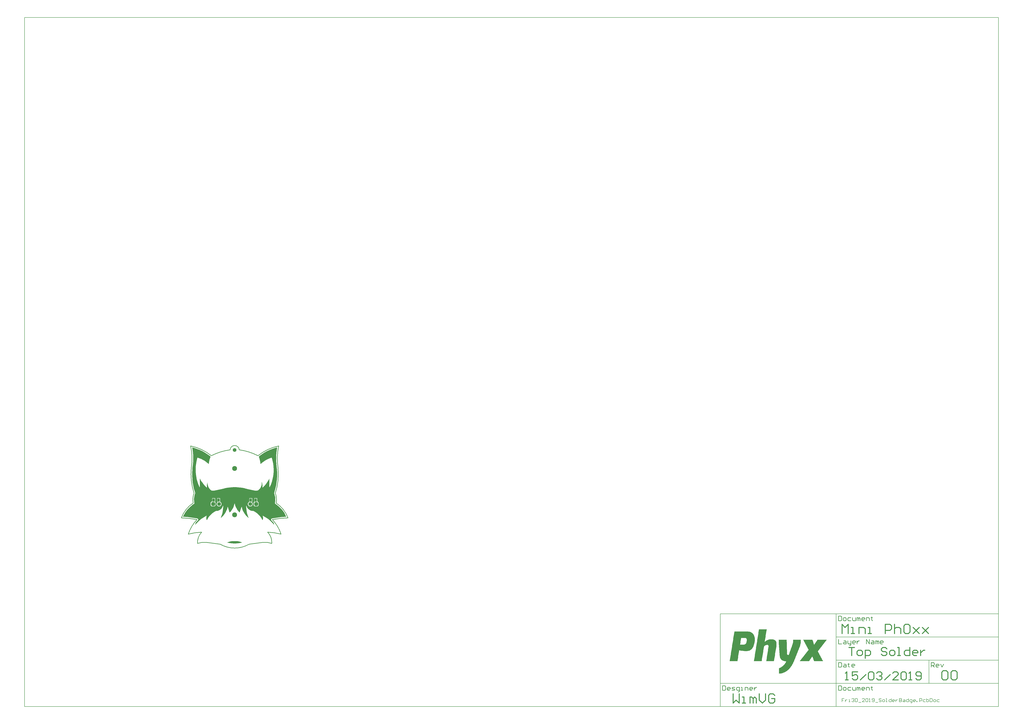
<source format=gts>
G04*
G04 #@! TF.GenerationSoftware,Altium Limited,Altium Designer,18.1.9 (240)*
G04*
G04 Layer_Color=8388736*
%FSLAX25Y25*%
%MOIN*%
G70*
G01*
G75*
%ADD10C,0.00787*%
%ADD16C,0.00984*%
%ADD17C,0.01575*%
%ADD19R,0.04331X0.05512*%
%ADD20C,0.00394*%
%ADD21C,0.06299*%
%ADD22C,0.08268*%
G04:AMPARAMS|DCode=23|XSize=63.94mil|YSize=63.94mil|CornerRadius=16.97mil|HoleSize=0mil|Usage=FLASHONLY|Rotation=0.000|XOffset=0mil|YOffset=0mil|HoleType=Round|Shape=RoundedRectangle|*
%AMROUNDEDRECTD23*
21,1,0.06394,0.03000,0,0,0.0*
21,1,0.03000,0.06394,0,0,0.0*
1,1,0.03394,0.01500,-0.01500*
1,1,0.03394,-0.01500,-0.01500*
1,1,0.03394,-0.01500,0.01500*
1,1,0.03394,0.01500,0.01500*
%
%ADD23ROUNDEDRECTD23*%
%ADD24C,0.06394*%
%ADD25C,0.01968*%
G36*
X-68188Y169601D02*
X-63641Y168113D01*
X-59195Y166347D01*
X-54867Y164309D01*
X-50672Y162008D01*
X-46628Y159452D01*
X-42750Y156651D01*
X-40901Y155134D01*
X-40880Y155123D01*
X-41249Y154369D01*
X-41602Y153401D01*
X-41699Y153060D01*
X-41777Y152750D01*
X-41903Y152345D01*
X-42210Y151291D01*
X-42294Y150991D01*
X-42355Y150762D01*
X-42642Y149622D01*
X-42643Y149620D01*
X-42908Y148485D01*
X-42957Y148271D01*
X-43154Y147368D01*
X-43341Y146462D01*
X-43429Y146008D01*
X-43430Y146006D01*
X-43525Y145520D01*
X-43708Y144545D01*
X-43885Y143570D01*
X-43937Y143266D01*
X-44054Y142579D01*
X-44058Y142578D01*
X-44890Y143372D01*
X-47019Y145177D01*
X-49250Y146854D01*
X-51575Y148398D01*
X-53987Y149803D01*
X-56477Y151064D01*
X-59036Y152178D01*
X-61656Y153140D01*
X-62983Y153541D01*
X-62983Y153541D01*
X-62992Y153543D01*
X-62992Y153543D01*
X-62992Y153543D01*
X-62991Y153542D01*
X-62986Y153538D01*
X-63656Y151449D01*
X-64724Y147193D01*
X-65516Y142877D01*
X-66027Y138519D01*
X-66257Y134137D01*
X-66203Y129749D01*
X-65867Y125374D01*
X-65249Y121030D01*
X-64352Y116734D01*
X-63180Y112506D01*
X-61738Y108362D01*
X-60031Y104319D01*
X-59049Y102357D01*
X-59052Y104325D01*
X-59055Y108262D01*
Y112199D01*
X-59052Y116136D01*
X-59049Y118096D01*
X-59046Y118097D01*
X-58492Y117001D01*
X-57281Y114844D01*
X-55976Y112743D01*
X-54581Y110701D01*
X-53097Y108722D01*
X-51529Y106810D01*
X-49877Y104969D01*
X-48147Y103202D01*
X-47251Y102363D01*
X-47248Y102361D01*
X-47248D01*
Y102361D01*
X-47244Y102357D01*
X-47244Y102357D01*
X-47244Y102363D01*
X-47244Y102366D01*
X-47246Y103709D01*
X-47102Y106410D01*
X-46761Y109092D01*
X-46226Y111743D01*
X-46088Y112273D01*
X-46084Y112273D01*
Y111661D01*
X-46084Y110480D01*
X-46082Y110285D01*
X-46071Y109301D01*
X-45913Y107782D01*
X-45513Y106023D01*
X-44904Y104325D01*
X-44500Y103519D01*
X-44500Y103519D01*
X-44165Y102849D01*
X-43365Y101583D01*
X-42442Y100403D01*
X-41692Y99620D01*
X-40839Y98837D01*
X-40836Y98834D01*
X-40334Y98496D01*
X-39906Y98209D01*
X-39365Y97908D01*
X-38276Y97517D01*
X-37693Y97409D01*
X-36559Y97294D01*
X-36559Y97294D01*
X-35432Y97394D01*
X-34991Y97492D01*
X-34775Y97557D01*
X-22050Y100093D01*
X-20935Y100316D01*
X-19893Y100615D01*
X-19229Y100805D01*
X-15801Y101656D01*
X-12336Y102339D01*
X-8841Y102853D01*
X-5326Y103196D01*
X-1798Y103367D01*
X1734Y103367D01*
X5262Y103194D01*
X8777Y102850D01*
X12271Y102336D01*
X15736Y101652D01*
X19164Y100800D01*
X19839Y100606D01*
X20871Y100310D01*
X21972Y100089D01*
X21993Y100084D01*
X34644Y97566D01*
X34644Y97566D01*
X35734Y97346D01*
X35834Y97330D01*
X36643Y97301D01*
X37450Y97370D01*
X38243Y97534D01*
X39010Y97793D01*
X39741Y98141D01*
X39822Y98193D01*
X40120Y98400D01*
X40741Y98833D01*
X41040Y99106D01*
X41599Y99616D01*
X42466Y100537D01*
X43442Y101826D01*
X44273Y103214D01*
X44950Y104683D01*
X45465Y106216D01*
X45812Y107796D01*
X45895Y108561D01*
X45977Y109597D01*
X45984Y110463D01*
X45984Y110469D01*
X45984Y110469D01*
X45984D01*
X45984Y111644D01*
Y112658D01*
X45988Y112659D01*
X46226Y111743D01*
X46761Y109092D01*
X47102Y106410D01*
X47246Y103709D01*
X47244Y102357D01*
X48147Y103202D01*
X49877Y104969D01*
X51529Y106810D01*
X53097Y108722D01*
X54581Y110701D01*
X55976Y112743D01*
X57281Y114844D01*
X58492Y117001D01*
X59046Y118097D01*
X59049Y118096D01*
X59052Y116136D01*
X59055Y112199D01*
Y108262D01*
X59052Y104325D01*
X59049Y102357D01*
X60031Y104319D01*
X61738Y108362D01*
X63180Y112506D01*
X64352Y116734D01*
X65249Y121030D01*
X65867Y125374D01*
X66203Y129749D01*
X66257Y134137D01*
X66027Y138519D01*
X65516Y142877D01*
X64724Y147193D01*
X63656Y151449D01*
X62986Y153538D01*
X62992Y153543D01*
X62992Y153543D01*
Y153543D01*
X62992Y153543D01*
X61656Y153140D01*
X59036Y152178D01*
X56477Y151064D01*
X53987Y149803D01*
X51575Y148398D01*
X49250Y146854D01*
X47019Y145177D01*
X44890Y143372D01*
X44071Y142591D01*
X44068Y142592D01*
X44067Y142593D01*
X43898Y143570D01*
X43722Y144546D01*
X43662Y144863D01*
X43443Y146007D01*
X43443Y146007D01*
X43212Y147152D01*
X43168Y147367D01*
X42971Y148271D01*
X42764Y149173D01*
X42656Y149622D01*
X42656D01*
X42562Y150017D01*
X42359Y150803D01*
X42143Y151585D01*
X42109Y151700D01*
X41791Y152750D01*
X41791Y152750D01*
X41473Y153799D01*
X41270Y154325D01*
X40994Y154930D01*
X40890Y155124D01*
X40891Y155128D01*
X40898Y155132D01*
X42770Y156640D01*
X46656Y159447D01*
X50700Y162003D01*
X54894Y164304D01*
X59223Y166341D01*
X63669Y168107D01*
X68216Y169596D01*
X72239Y170642D01*
X72242Y170640D01*
X71555Y166662D01*
X71556Y166614D01*
X71541Y166569D01*
X70961Y161921D01*
X70964Y161874D01*
X70951Y161828D01*
X70588Y157158D01*
X70594Y157111D01*
X70583Y157064D01*
X70439Y152383D01*
X70447Y152336D01*
X70439Y152289D01*
X70514Y147606D01*
X70524Y147559D01*
X70517Y147512D01*
X70811Y142837D01*
X70824Y142791D01*
X70819Y142744D01*
X71331Y138088D01*
X71342Y138054D01*
X71340Y138018D01*
X71672Y135743D01*
X71939Y133143D01*
X72202Y127837D01*
X72185Y122525D01*
X71889Y117221D01*
X71315Y111940D01*
X70463Y106696D01*
X69336Y101505D01*
X67938Y96380D01*
X67105Y93857D01*
X67071Y93580D01*
X67005Y93309D01*
X67023Y93195D01*
X67009Y93080D01*
X67083Y92811D01*
X67127Y92535D01*
X67474Y91591D01*
X68043Y89660D01*
X68483Y87696D01*
X68792Y85707D01*
X68968Y83702D01*
X69012Y81690D01*
X68923Y79680D01*
X68702Y77679D01*
X68525Y76689D01*
X68533Y76305D01*
X68537Y75921D01*
X68540Y75914D01*
X68540Y75906D01*
X68694Y75554D01*
X68845Y75201D01*
X68851Y75196D01*
X68854Y75188D01*
X69131Y74923D01*
X69406Y74654D01*
X71054Y73581D01*
X74167Y71178D01*
X77078Y68533D01*
X79768Y65664D01*
X82220Y62589D01*
X84418Y59326D01*
X86347Y55899D01*
X87644Y53089D01*
X87642Y53085D01*
X87137Y53068D01*
X87105Y53061D01*
X87073Y53065D01*
X80376Y52628D01*
X80335Y52617D01*
X80292Y52621D01*
X73620Y51903D01*
X73579Y51891D01*
X73536Y51893D01*
X66899Y50895D01*
X66869Y50884D01*
X66837Y50885D01*
X63536Y50281D01*
X63348Y50207D01*
X63148Y50169D01*
X62987Y50064D01*
X62808Y49993D01*
X62662Y49852D01*
X62493Y49741D01*
X62384Y49582D01*
X62246Y49448D01*
X62165Y49262D01*
X62051Y49095D01*
X62011Y48906D01*
X61935Y48729D01*
X61931Y48527D01*
X61890Y48328D01*
X61925Y48139D01*
X61922Y47946D01*
X61997Y47758D01*
X62034Y47559D01*
X62140Y47397D01*
X62211Y47218D01*
X62352Y47073D01*
X62462Y46903D01*
X63703Y45635D01*
X66011Y42983D01*
X66455Y42408D01*
X66853Y40554D01*
X66966Y39369D01*
X66962Y39367D01*
X66951Y39371D01*
X65955Y40609D01*
X63857Y42995D01*
X61623Y45255D01*
X59262Y47381D01*
X56782Y49366D01*
X54190Y51204D01*
X51495Y52888D01*
X48707Y54412D01*
X47281Y55113D01*
X47266Y55118D01*
X47490Y54660D01*
X47831Y53699D01*
X48062Y52705D01*
X48177Y51691D01*
Y50671D01*
X48062Y49658D01*
X47831Y48664D01*
X47490Y47703D01*
X47268Y47249D01*
X47264Y47249D01*
X46640Y48519D01*
X45223Y50978D01*
X43596Y53305D01*
X41773Y55481D01*
X39766Y57489D01*
X37591Y59313D01*
X35266Y60941D01*
X32806Y62359D01*
X31533Y62986D01*
X31533Y62986D01*
X30777Y62968D01*
X29272Y63129D01*
X27802Y63485D01*
X26391Y64029D01*
X25063Y64754D01*
X23841Y65645D01*
X22745Y66689D01*
X21795Y67866D01*
X21008Y69157D01*
X20395Y70540D01*
X19968Y71991D01*
X19734Y73486D01*
X19716Y74242D01*
X19641Y72768D01*
X19621Y69817D01*
X19774Y66869D01*
X20099Y63936D01*
X20595Y61026D01*
X21261Y58151D01*
X22093Y55319D01*
X23090Y52541D01*
X23642Y51192D01*
X23639Y51189D01*
X22533Y52057D01*
X20436Y54025D01*
X18520Y56169D01*
X16801Y58475D01*
X15291Y60922D01*
X14003Y63494D01*
X12946Y66168D01*
X12129Y68925D01*
X11844Y70335D01*
X8706Y60272D01*
X8701Y60270D01*
X7812Y61086D01*
X6178Y62875D01*
X4708Y64801D01*
X3414Y66849D01*
X2305Y69003D01*
X1390Y71246D01*
X676Y73561D01*
X170Y75930D01*
X21Y77132D01*
X-127Y75930D01*
X-634Y73561D01*
X-1347Y71246D01*
X-2262Y69003D01*
X-3371Y66849D01*
X-4665Y64801D01*
X-6135Y62875D01*
X-7769Y61086D01*
X-8659Y60270D01*
X-8663Y60271D01*
X-11801Y70335D01*
X-12086Y68925D01*
X-12903Y66168D01*
X-13960Y63494D01*
X-15248Y60922D01*
X-16758Y58475D01*
X-18477Y56169D01*
X-20393Y54025D01*
X-22490Y52057D01*
X-23596Y51189D01*
X-23600Y51192D01*
X-23047Y52541D01*
X-22050Y55319D01*
X-21218Y58151D01*
X-20552Y61026D01*
X-20056Y63936D01*
X-19731Y66869D01*
X-19578Y69817D01*
X-19598Y72768D01*
X-19673Y74242D01*
X-19691Y73486D01*
X-19925Y71991D01*
X-20352Y70540D01*
X-20965Y69157D01*
X-21753Y67866D01*
X-22702Y66689D01*
X-23798Y65645D01*
X-25020Y64754D01*
X-26348Y64029D01*
X-27759Y63485D01*
X-29230Y63129D01*
X-30734Y62968D01*
X-31490Y62986D01*
Y62986D01*
X-32763Y62359D01*
X-35223Y60941D01*
X-37549Y59313D01*
X-39723Y57489D01*
X-41730Y55481D01*
X-43554Y53305D01*
X-45180Y50978D01*
X-46597Y48519D01*
X-47221Y47249D01*
X-47225Y47249D01*
X-47447Y47703D01*
X-47789Y48664D01*
X-48019Y49658D01*
X-48134Y50671D01*
Y51691D01*
X-48019Y52705D01*
X-47789Y53699D01*
X-47447Y54660D01*
X-47223Y55118D01*
X-47238Y55113D01*
X-48664Y54412D01*
X-51452Y52888D01*
X-54147Y51204D01*
X-56739Y49366D01*
X-59219Y47381D01*
X-61580Y45255D01*
X-63814Y42995D01*
X-65912Y40609D01*
X-66908Y39371D01*
X-66920Y39367D01*
X-66923Y39369D01*
X-66810Y40554D01*
X-66404Y42443D01*
X-65983Y42988D01*
X-63675Y45641D01*
X-62446Y46898D01*
X-62338Y47064D01*
X-62200Y47206D01*
X-62126Y47389D01*
X-62019Y47554D01*
X-61982Y47749D01*
X-61909Y47933D01*
X-61911Y48130D01*
X-61875Y48324D01*
X-61915Y48518D01*
X-61918Y48716D01*
X-61995Y48897D01*
X-62036Y49090D01*
X-62148Y49254D01*
X-62226Y49436D01*
X-62367Y49574D01*
X-62479Y49737D01*
X-62644Y49845D01*
X-62786Y49983D01*
X-62969Y50056D01*
X-63134Y50164D01*
X-63329Y50201D01*
X-63513Y50274D01*
X-66802Y50889D01*
X-66838Y50888D01*
X-66872Y50901D01*
X-73508Y51898D01*
X-73551Y51896D01*
X-73592Y51909D01*
X-80265Y52627D01*
X-80307Y52623D01*
X-80349Y52634D01*
X-87046Y53071D01*
X-87077Y53066D01*
X-87109Y53074D01*
X-87615Y53091D01*
X-87617Y53094D01*
X-86319Y55905D01*
X-84390Y59332D01*
X-82192Y62594D01*
X-79741Y65670D01*
X-77051Y68539D01*
X-74140Y71184D01*
X-71026Y73587D01*
X-69378Y74660D01*
X-69103Y74929D01*
X-68827Y75194D01*
X-68824Y75201D01*
X-68818Y75207D01*
X-68667Y75560D01*
X-68513Y75911D01*
X-68513Y75919D01*
X-68510Y75927D01*
X-68505Y76310D01*
X-68497Y76694D01*
X-68674Y77685D01*
X-68896Y79685D01*
X-68985Y81696D01*
X-68941Y83708D01*
X-68764Y85713D01*
X-68455Y87702D01*
X-68015Y89666D01*
X-67447Y91596D01*
X-67099Y92541D01*
X-67056Y92817D01*
X-66981Y93086D01*
X-66995Y93200D01*
X-66978Y93314D01*
X-67043Y93586D01*
X-67077Y93863D01*
X-67910Y96385D01*
X-69309Y101510D01*
X-70435Y106702D01*
X-71287Y111945D01*
X-71862Y117226D01*
X-72158Y122530D01*
X-72174Y127843D01*
X-71911Y133148D01*
X-71644Y135748D01*
X-71313Y138024D01*
X-71315Y138060D01*
X-71304Y138094D01*
X-70792Y142750D01*
X-70796Y142797D01*
X-70784Y142843D01*
X-70490Y147518D01*
X-70496Y147565D01*
X-70486Y147611D01*
X-70411Y152295D01*
X-70420Y152341D01*
X-70412Y152388D01*
X-70556Y157070D01*
X-70567Y157116D01*
X-70561Y157164D01*
X-70924Y161833D01*
X-70936Y161879D01*
X-70933Y161927D01*
X-71513Y166574D01*
X-71529Y166620D01*
X-71527Y166667D01*
X-72214Y170645D01*
X-72211Y170648D01*
X-68188Y169601D01*
D02*
G37*
G36*
X4876Y11602D02*
X8073Y10994D01*
X11183Y10039D01*
X12677Y9394D01*
Y9394D01*
X11124Y9011D01*
X7976Y8435D01*
X4800Y8053D01*
X1606Y7865D01*
X6Y7868D01*
X6Y7868D01*
X-1594Y7864D01*
X-4787Y8053D01*
X-7963Y8436D01*
X-11110Y9012D01*
X-12663Y9396D01*
X-11170Y10040D01*
X-8059Y10994D01*
X-4863Y11602D01*
X-1620Y11856D01*
X6Y11804D01*
X1632Y11856D01*
X4876Y11602D01*
D02*
G37*
G36*
X1005337Y-155808D02*
X1005050D01*
Y-156094D01*
X1004764D01*
Y-156380D01*
Y-156667D01*
X1004478D01*
Y-156953D01*
X1004192D01*
Y-157239D01*
X1003905D01*
Y-157526D01*
Y-157812D01*
X1003619D01*
Y-158098D01*
X1003333D01*
Y-158385D01*
X1003046D01*
Y-158671D01*
X1002760D01*
Y-158957D01*
Y-159244D01*
X1002474D01*
Y-159530D01*
X1002187D01*
Y-159816D01*
X1001901D01*
Y-160102D01*
Y-160389D01*
X1001615D01*
Y-160675D01*
X1001328D01*
Y-160961D01*
X1001042D01*
Y-161248D01*
X1000756D01*
Y-161534D01*
Y-161820D01*
X1000469D01*
Y-162107D01*
X1000183D01*
Y-162393D01*
X999897D01*
Y-162679D01*
Y-162966D01*
X999611D01*
Y-163252D01*
X999324D01*
Y-163538D01*
X999038D01*
Y-163824D01*
Y-164111D01*
X998752D01*
Y-164397D01*
X998465D01*
Y-164683D01*
X998179D01*
Y-164970D01*
X997893D01*
Y-165256D01*
Y-165542D01*
X997606D01*
Y-165829D01*
X997320D01*
Y-166115D01*
X997034D01*
Y-166401D01*
Y-166688D01*
X996747D01*
Y-166974D01*
X996461D01*
Y-167260D01*
X996175D01*
Y-167547D01*
Y-167833D01*
X995889D01*
Y-168119D01*
X995602D01*
Y-168405D01*
X995316D01*
Y-168692D01*
X995030D01*
Y-168978D01*
Y-169264D01*
X994743D01*
Y-169551D01*
X994457D01*
Y-169837D01*
X994171D01*
Y-170123D01*
Y-170410D01*
X993884D01*
Y-170696D01*
X993598D01*
Y-170982D01*
X993312D01*
Y-171269D01*
Y-171555D01*
X993025D01*
Y-171841D01*
X992739D01*
Y-172127D01*
X992453D01*
Y-172414D01*
X992166D01*
Y-172700D01*
Y-172986D01*
X991880D01*
Y-173273D01*
X991594D01*
Y-173559D01*
X991308D01*
Y-173845D01*
Y-174132D01*
X991021D01*
Y-174418D01*
X990735D01*
Y-174704D01*
X990449D01*
Y-174991D01*
X990162D01*
Y-175277D01*
Y-175563D01*
X990449D01*
Y-175850D01*
Y-176136D01*
X990735D01*
Y-176422D01*
Y-176709D01*
X991021D01*
Y-176995D01*
X991308D01*
Y-177281D01*
Y-177568D01*
X991594D01*
Y-177854D01*
Y-178140D01*
X991880D01*
Y-178426D01*
Y-178713D01*
X992166D01*
Y-178999D01*
Y-179285D01*
X992453D01*
Y-179572D01*
Y-179858D01*
X992739D01*
Y-180144D01*
Y-180431D01*
X993025D01*
Y-180717D01*
Y-181003D01*
X993312D01*
Y-181290D01*
Y-181576D01*
X993598D01*
Y-181862D01*
X993884D01*
Y-182149D01*
Y-182435D01*
X994171D01*
Y-182721D01*
Y-183007D01*
X994457D01*
Y-183294D01*
Y-183580D01*
X994743D01*
Y-183866D01*
Y-184153D01*
X995030D01*
Y-184439D01*
Y-184725D01*
X995316D01*
Y-185012D01*
Y-185298D01*
X995602D01*
Y-185584D01*
Y-185871D01*
X995889D01*
Y-186157D01*
X996175D01*
Y-186443D01*
Y-186730D01*
X996461D01*
Y-187016D01*
Y-187302D01*
X996747D01*
Y-187588D01*
Y-187875D01*
X997034D01*
Y-188161D01*
Y-188447D01*
X997320D01*
Y-188734D01*
Y-189020D01*
X997606D01*
Y-189306D01*
Y-189593D01*
X997893D01*
Y-189879D01*
Y-190165D01*
X998179D01*
Y-190452D01*
X998465D01*
Y-190738D01*
Y-191024D01*
X998752D01*
Y-191311D01*
Y-191597D01*
X999038D01*
Y-191883D01*
X983863D01*
Y-191597D01*
X983577D01*
Y-191311D01*
Y-191024D01*
Y-190738D01*
X983291D01*
Y-190452D01*
Y-190165D01*
Y-189879D01*
X983004D01*
Y-189593D01*
Y-189306D01*
X982718D01*
Y-189020D01*
Y-188734D01*
Y-188447D01*
X982432D01*
Y-188161D01*
Y-187875D01*
Y-187588D01*
X982146D01*
Y-187302D01*
Y-187016D01*
X981859D01*
Y-186730D01*
Y-186443D01*
Y-186157D01*
X981573D01*
Y-185871D01*
Y-185584D01*
Y-185298D01*
X981287D01*
Y-185012D01*
Y-184725D01*
Y-184439D01*
X981000D01*
Y-184153D01*
X980428D01*
Y-184439D01*
Y-184725D01*
X980141D01*
Y-185012D01*
X979855D01*
Y-185298D01*
Y-185584D01*
X979569D01*
Y-185871D01*
X979282D01*
Y-186157D01*
Y-186443D01*
X978996D01*
Y-186730D01*
X978710D01*
Y-187016D01*
Y-187302D01*
X978423D01*
Y-187588D01*
X978137D01*
Y-187875D01*
X977851D01*
Y-188161D01*
Y-188447D01*
X977565D01*
Y-188734D01*
X977278D01*
Y-189020D01*
Y-189306D01*
X976992D01*
Y-189593D01*
X976705D01*
Y-189879D01*
Y-190165D01*
X976419D01*
Y-190452D01*
X976133D01*
Y-190738D01*
Y-191024D01*
X975847D01*
Y-191311D01*
X975560D01*
Y-191597D01*
Y-191883D01*
X959527D01*
Y-191597D01*
X959813D01*
Y-191311D01*
X960099D01*
Y-191024D01*
X960386D01*
Y-190738D01*
X960672D01*
Y-190452D01*
Y-190165D01*
X960958D01*
Y-189879D01*
X961245D01*
Y-189593D01*
X961531D01*
Y-189306D01*
X961817D01*
Y-189020D01*
Y-188734D01*
X962104D01*
Y-188447D01*
X962390D01*
Y-188161D01*
X962676D01*
Y-187875D01*
Y-187588D01*
X962963D01*
Y-187302D01*
X963249D01*
Y-187016D01*
X963535D01*
Y-186730D01*
X963822D01*
Y-186443D01*
Y-186157D01*
X964108D01*
Y-185871D01*
X964394D01*
Y-185584D01*
X964680D01*
Y-185298D01*
X964967D01*
Y-185012D01*
Y-184725D01*
X965253D01*
Y-184439D01*
X965539D01*
Y-184153D01*
X965826D01*
Y-183866D01*
Y-183580D01*
X966112D01*
Y-183294D01*
X966398D01*
Y-183007D01*
X966685D01*
Y-182721D01*
X966971D01*
Y-182435D01*
Y-182149D01*
X967257D01*
Y-181862D01*
X967544D01*
Y-181576D01*
X967830D01*
Y-181290D01*
Y-181003D01*
X968116D01*
Y-180717D01*
X968402D01*
Y-180431D01*
X968689D01*
Y-180144D01*
X968975D01*
Y-179858D01*
Y-179572D01*
X969261D01*
Y-179285D01*
X969548D01*
Y-178999D01*
X969834D01*
Y-178713D01*
Y-178426D01*
X970120D01*
Y-178140D01*
X970407D01*
Y-177854D01*
X970693D01*
Y-177568D01*
X970979D01*
Y-177281D01*
Y-176995D01*
X971266D01*
Y-176709D01*
X971552D01*
Y-176422D01*
X971838D01*
Y-176136D01*
X972124D01*
Y-175850D01*
Y-175563D01*
X972411D01*
Y-175277D01*
X972697D01*
Y-174991D01*
X972983D01*
Y-174704D01*
Y-174418D01*
X973270D01*
Y-174132D01*
X973556D01*
Y-173845D01*
X973842D01*
Y-173559D01*
X974129D01*
Y-173273D01*
Y-172986D01*
X974415D01*
Y-172700D01*
Y-172414D01*
Y-172127D01*
X974129D01*
Y-171841D01*
X973842D01*
Y-171555D01*
Y-171269D01*
X973556D01*
Y-170982D01*
Y-170696D01*
X973270D01*
Y-170410D01*
Y-170123D01*
X972983D01*
Y-169837D01*
Y-169551D01*
X972697D01*
Y-169264D01*
Y-168978D01*
X972411D01*
Y-168692D01*
Y-168405D01*
X972124D01*
Y-168119D01*
X971838D01*
Y-167833D01*
Y-167547D01*
X971552D01*
Y-167260D01*
Y-166974D01*
X971266D01*
Y-166688D01*
Y-166401D01*
X970979D01*
Y-166115D01*
Y-165829D01*
X970693D01*
Y-165542D01*
Y-165256D01*
X970407D01*
Y-164970D01*
Y-164683D01*
X970120D01*
Y-164397D01*
X969834D01*
Y-164111D01*
Y-163824D01*
X969548D01*
Y-163538D01*
Y-163252D01*
X969261D01*
Y-162966D01*
Y-162679D01*
X968975D01*
Y-162393D01*
Y-162107D01*
X968689D01*
Y-161820D01*
Y-161534D01*
X968402D01*
Y-161248D01*
Y-160961D01*
X968116D01*
Y-160675D01*
Y-160389D01*
X967830D01*
Y-160102D01*
X967544D01*
Y-159816D01*
Y-159530D01*
X967257D01*
Y-159244D01*
Y-158957D01*
X966971D01*
Y-158671D01*
Y-158385D01*
X966685D01*
Y-158098D01*
Y-157812D01*
X966398D01*
Y-157526D01*
Y-157239D01*
X966112D01*
Y-156953D01*
Y-156667D01*
X965826D01*
Y-156380D01*
X965539D01*
Y-156094D01*
Y-155808D01*
X965253D01*
Y-155521D01*
X981000D01*
Y-155808D01*
X981287D01*
Y-156094D01*
Y-156380D01*
Y-156667D01*
X981573D01*
Y-156953D01*
Y-157239D01*
Y-157526D01*
X981859D01*
Y-157812D01*
Y-158098D01*
Y-158385D01*
X982146D01*
Y-158671D01*
Y-158957D01*
Y-159244D01*
X982432D01*
Y-159530D01*
Y-159816D01*
Y-160102D01*
X982718D01*
Y-160389D01*
Y-160675D01*
Y-160961D01*
X983004D01*
Y-161248D01*
Y-161534D01*
Y-161820D01*
X983291D01*
Y-162107D01*
Y-162393D01*
Y-162679D01*
X983577D01*
Y-162966D01*
Y-163252D01*
Y-163538D01*
Y-163824D01*
X984150D01*
Y-163538D01*
X984436D01*
Y-163252D01*
X984722D01*
Y-162966D01*
Y-162679D01*
X985009D01*
Y-162393D01*
X985295D01*
Y-162107D01*
Y-161820D01*
X985581D01*
Y-161534D01*
X985868D01*
Y-161248D01*
Y-160961D01*
X986154D01*
Y-160675D01*
X986440D01*
Y-160389D01*
Y-160102D01*
X986726D01*
Y-159816D01*
X987013D01*
Y-159530D01*
Y-159244D01*
X987299D01*
Y-158957D01*
X987585D01*
Y-158671D01*
Y-158385D01*
X987872D01*
Y-158098D01*
X988158D01*
Y-157812D01*
Y-157526D01*
X988444D01*
Y-157239D01*
X988731D01*
Y-156953D01*
Y-156667D01*
X989017D01*
Y-156380D01*
X989303D01*
Y-156094D01*
Y-155808D01*
X989590D01*
Y-155521D01*
X1005337D01*
Y-155808D01*
D02*
G37*
G36*
X872201Y-141778D02*
X873919D01*
Y-142065D01*
X874778D01*
Y-142351D01*
X875637D01*
Y-142637D01*
X876496D01*
Y-142924D01*
X877069D01*
Y-143210D01*
X877355D01*
Y-143496D01*
X877928D01*
Y-143783D01*
X878214D01*
Y-144069D01*
X878786D01*
Y-144355D01*
X879073D01*
Y-144641D01*
X879359D01*
Y-144928D01*
X879646D01*
Y-145214D01*
X879932D01*
Y-145501D01*
X880218D01*
Y-145787D01*
X880504D01*
Y-146073D01*
Y-146359D01*
X880791D01*
Y-146646D01*
X881077D01*
Y-146932D01*
Y-147218D01*
X881363D01*
Y-147505D01*
X881650D01*
Y-147791D01*
Y-148077D01*
X881936D01*
Y-148364D01*
Y-148650D01*
Y-148936D01*
X882222D01*
Y-149223D01*
Y-149509D01*
Y-149795D01*
X882509D01*
Y-150082D01*
Y-150368D01*
Y-150654D01*
Y-150940D01*
X882795D01*
Y-151227D01*
Y-151513D01*
Y-151799D01*
Y-152086D01*
Y-152372D01*
X883081D01*
Y-152658D01*
Y-152945D01*
Y-153231D01*
Y-153517D01*
Y-153804D01*
Y-154090D01*
Y-154376D01*
Y-154663D01*
Y-154949D01*
Y-155235D01*
Y-155521D01*
Y-155808D01*
Y-156094D01*
Y-156380D01*
Y-156667D01*
Y-156953D01*
Y-157239D01*
Y-157526D01*
Y-157812D01*
Y-158098D01*
X882795D01*
Y-158385D01*
Y-158671D01*
Y-158957D01*
Y-159244D01*
Y-159530D01*
Y-159816D01*
Y-160102D01*
X882509D01*
Y-160389D01*
Y-160675D01*
Y-160961D01*
Y-161248D01*
Y-161534D01*
X882222D01*
Y-161820D01*
Y-162107D01*
Y-162393D01*
Y-162679D01*
Y-162966D01*
X881936D01*
Y-163252D01*
Y-163538D01*
Y-163824D01*
X881650D01*
Y-164111D01*
Y-164397D01*
Y-164683D01*
Y-164970D01*
X881363D01*
Y-165256D01*
Y-165542D01*
Y-165829D01*
X881077D01*
Y-166115D01*
Y-166401D01*
X880791D01*
Y-166688D01*
Y-166974D01*
Y-167260D01*
X880504D01*
Y-167547D01*
Y-167833D01*
X880218D01*
Y-168119D01*
Y-168405D01*
X879932D01*
Y-168692D01*
Y-168978D01*
X879646D01*
Y-169264D01*
X879359D01*
Y-169551D01*
Y-169837D01*
X879073D01*
Y-170123D01*
X878786D01*
Y-170410D01*
X878500D01*
Y-170696D01*
Y-170982D01*
X878214D01*
Y-171269D01*
X877928D01*
Y-171555D01*
X877641D01*
Y-171841D01*
X877355D01*
Y-172127D01*
X877069D01*
Y-172414D01*
X876496D01*
Y-172700D01*
X876210D01*
Y-172986D01*
X875637D01*
Y-173273D01*
X875351D01*
Y-173559D01*
X874778D01*
Y-173845D01*
X873919D01*
Y-174132D01*
X873060D01*
Y-174418D01*
X872201D01*
Y-174704D01*
X870483D01*
Y-174991D01*
X865330D01*
Y-174704D01*
X862753D01*
Y-174418D01*
X860749D01*
Y-174132D01*
X859317D01*
Y-173845D01*
X857886D01*
Y-173559D01*
X856454D01*
Y-173845D01*
Y-174132D01*
Y-174418D01*
Y-174704D01*
Y-174991D01*
Y-175277D01*
Y-175563D01*
X856168D01*
Y-175850D01*
Y-176136D01*
Y-176422D01*
Y-176709D01*
Y-176995D01*
Y-177281D01*
X855882D01*
Y-177568D01*
Y-177854D01*
Y-178140D01*
Y-178426D01*
Y-178713D01*
Y-178999D01*
X855595D01*
Y-179285D01*
Y-179572D01*
Y-179858D01*
Y-180144D01*
Y-180431D01*
Y-180717D01*
Y-181003D01*
X855309D01*
Y-181290D01*
Y-181576D01*
Y-181862D01*
Y-182149D01*
Y-182435D01*
Y-182721D01*
X855023D01*
Y-183007D01*
Y-183294D01*
Y-183580D01*
Y-183866D01*
Y-184153D01*
Y-184439D01*
X854736D01*
Y-184725D01*
Y-185012D01*
Y-185298D01*
Y-185584D01*
Y-185871D01*
Y-186157D01*
Y-186443D01*
X854450D01*
Y-186730D01*
Y-187016D01*
Y-187302D01*
Y-187588D01*
Y-187875D01*
Y-188161D01*
X854164D01*
Y-188447D01*
Y-188734D01*
Y-189020D01*
Y-189306D01*
Y-189593D01*
Y-189879D01*
X853877D01*
Y-190165D01*
Y-190452D01*
Y-190738D01*
Y-191024D01*
Y-191311D01*
Y-191597D01*
Y-191883D01*
X840421D01*
Y-191597D01*
X840707D01*
Y-191311D01*
Y-191024D01*
Y-190738D01*
Y-190452D01*
Y-190165D01*
X840993D01*
Y-189879D01*
Y-189593D01*
Y-189306D01*
Y-189020D01*
Y-188734D01*
Y-188447D01*
Y-188161D01*
X841280D01*
Y-187875D01*
Y-187588D01*
Y-187302D01*
Y-187016D01*
Y-186730D01*
Y-186443D01*
X841566D01*
Y-186157D01*
Y-185871D01*
Y-185584D01*
Y-185298D01*
Y-185012D01*
Y-184725D01*
X841852D01*
Y-184439D01*
Y-184153D01*
Y-183866D01*
Y-183580D01*
Y-183294D01*
Y-183007D01*
Y-182721D01*
X842138D01*
Y-182435D01*
Y-182149D01*
Y-181862D01*
Y-181576D01*
Y-181290D01*
Y-181003D01*
X842425D01*
Y-180717D01*
Y-180431D01*
Y-180144D01*
Y-179858D01*
Y-179572D01*
Y-179285D01*
X842711D01*
Y-178999D01*
Y-178713D01*
Y-178426D01*
Y-178140D01*
Y-177854D01*
Y-177568D01*
X842997D01*
Y-177281D01*
Y-176995D01*
Y-176709D01*
Y-176422D01*
Y-176136D01*
Y-175850D01*
Y-175563D01*
X843284D01*
Y-175277D01*
Y-174991D01*
Y-174704D01*
Y-174418D01*
Y-174132D01*
Y-173845D01*
X843570D01*
Y-173559D01*
Y-173273D01*
Y-172986D01*
Y-172700D01*
Y-172414D01*
Y-172127D01*
X843856D01*
Y-171841D01*
Y-171555D01*
Y-171269D01*
Y-170982D01*
Y-170696D01*
Y-170410D01*
X844143D01*
Y-170123D01*
Y-169837D01*
Y-169551D01*
Y-169264D01*
Y-168978D01*
Y-168692D01*
Y-168405D01*
X844429D01*
Y-168119D01*
Y-167833D01*
Y-167547D01*
Y-167260D01*
Y-166974D01*
Y-166688D01*
X844715D01*
Y-166401D01*
Y-166115D01*
Y-165829D01*
Y-165542D01*
Y-165256D01*
Y-164970D01*
X845002D01*
Y-164683D01*
Y-164397D01*
Y-164111D01*
Y-163824D01*
Y-163538D01*
Y-163252D01*
Y-162966D01*
X845288D01*
Y-162679D01*
Y-162393D01*
Y-162107D01*
Y-161820D01*
Y-161534D01*
Y-161248D01*
X845574D01*
Y-160961D01*
Y-160675D01*
Y-160389D01*
Y-160102D01*
Y-159816D01*
Y-159530D01*
X845861D01*
Y-159244D01*
Y-158957D01*
Y-158671D01*
Y-158385D01*
Y-158098D01*
Y-157812D01*
X846147D01*
Y-157526D01*
Y-157239D01*
Y-156953D01*
Y-156667D01*
Y-156380D01*
Y-156094D01*
Y-155808D01*
X846433D01*
Y-155521D01*
Y-155235D01*
Y-154949D01*
Y-154663D01*
Y-154376D01*
Y-154090D01*
X846719D01*
Y-153804D01*
Y-153517D01*
Y-153231D01*
Y-152945D01*
Y-152658D01*
Y-152372D01*
X847006D01*
Y-152086D01*
Y-151799D01*
Y-151513D01*
Y-151227D01*
Y-150940D01*
Y-150654D01*
Y-150368D01*
X847292D01*
Y-150082D01*
Y-149795D01*
Y-149509D01*
Y-149223D01*
Y-148936D01*
Y-148650D01*
X847578D01*
Y-148364D01*
Y-148077D01*
Y-147791D01*
Y-147505D01*
Y-147218D01*
Y-146932D01*
X847865D01*
Y-146646D01*
Y-146359D01*
Y-146073D01*
Y-145787D01*
Y-145501D01*
Y-145214D01*
Y-144928D01*
X848151D01*
Y-144641D01*
Y-144355D01*
Y-144069D01*
Y-143783D01*
Y-143496D01*
Y-143210D01*
X848437D01*
Y-142924D01*
Y-142637D01*
Y-142351D01*
Y-142065D01*
Y-141778D01*
Y-141492D01*
X872201D01*
Y-141778D01*
D02*
G37*
G36*
X961245Y-155808D02*
Y-156094D01*
Y-156380D01*
Y-156667D01*
Y-156953D01*
Y-157239D01*
Y-157526D01*
Y-157812D01*
Y-158098D01*
Y-158385D01*
Y-158671D01*
Y-158957D01*
Y-159244D01*
Y-159530D01*
Y-159816D01*
Y-160102D01*
Y-160389D01*
Y-160675D01*
Y-160961D01*
Y-161248D01*
Y-161534D01*
X960958D01*
Y-161820D01*
Y-162107D01*
Y-162393D01*
Y-162679D01*
Y-162966D01*
X960672D01*
Y-163252D01*
Y-163538D01*
Y-163824D01*
Y-164111D01*
X960386D01*
Y-164397D01*
Y-164683D01*
Y-164970D01*
Y-165256D01*
X960099D01*
Y-165542D01*
Y-165829D01*
Y-166115D01*
X959813D01*
Y-166401D01*
Y-166688D01*
Y-166974D01*
X959527D01*
Y-167260D01*
Y-167547D01*
Y-167833D01*
X959241D01*
Y-168119D01*
Y-168405D01*
Y-168692D01*
X958954D01*
Y-168978D01*
Y-169264D01*
X958668D01*
Y-169551D01*
Y-169837D01*
X958381D01*
Y-170123D01*
Y-170410D01*
Y-170696D01*
X958095D01*
Y-170982D01*
Y-171269D01*
X957809D01*
Y-171555D01*
Y-171841D01*
Y-172127D01*
X957523D01*
Y-172414D01*
Y-172700D01*
X957236D01*
Y-172986D01*
Y-173273D01*
Y-173559D01*
X956950D01*
Y-173845D01*
Y-174132D01*
X956664D01*
Y-174418D01*
Y-174704D01*
Y-174991D01*
X956377D01*
Y-175277D01*
Y-175563D01*
X956091D01*
Y-175850D01*
Y-176136D01*
Y-176422D01*
X955805D01*
Y-176709D01*
Y-176995D01*
X955518D01*
Y-177281D01*
Y-177568D01*
Y-177854D01*
X955232D01*
Y-178140D01*
Y-178426D01*
X954946D01*
Y-178713D01*
Y-178999D01*
Y-179285D01*
X954659D01*
Y-179572D01*
Y-179858D01*
X954373D01*
Y-180144D01*
Y-180431D01*
Y-180717D01*
X954087D01*
Y-181003D01*
Y-181290D01*
X953800D01*
Y-181576D01*
Y-181862D01*
Y-182149D01*
X953514D01*
Y-182435D01*
Y-182721D01*
X953228D01*
Y-183007D01*
Y-183294D01*
Y-183580D01*
X952942D01*
Y-183866D01*
Y-184153D01*
X952655D01*
Y-184439D01*
Y-184725D01*
Y-185012D01*
X952369D01*
Y-185298D01*
Y-185584D01*
X952083D01*
Y-185871D01*
Y-186157D01*
Y-186443D01*
X951796D01*
Y-186730D01*
Y-187016D01*
X951510D01*
Y-187302D01*
Y-187588D01*
Y-187875D01*
X951224D01*
Y-188161D01*
Y-188447D01*
X950937D01*
Y-188734D01*
Y-189020D01*
Y-189306D01*
X950651D01*
Y-189593D01*
Y-189879D01*
X950365D01*
Y-190165D01*
Y-190452D01*
Y-190738D01*
X950078D01*
Y-191024D01*
Y-191311D01*
X949792D01*
Y-191597D01*
Y-191883D01*
Y-192169D01*
X949506D01*
Y-192456D01*
Y-192742D01*
X949220D01*
Y-193028D01*
Y-193315D01*
X948933D01*
Y-193601D01*
Y-193887D01*
X948647D01*
Y-194174D01*
Y-194460D01*
Y-194746D01*
X948361D01*
Y-195033D01*
X948074D01*
Y-195319D01*
Y-195605D01*
Y-195891D01*
X947788D01*
Y-196178D01*
X947502D01*
Y-196464D01*
Y-196750D01*
X947215D01*
Y-197037D01*
Y-197323D01*
X946929D01*
Y-197609D01*
Y-197896D01*
X946643D01*
Y-198182D01*
Y-198468D01*
X946356D01*
Y-198755D01*
X946070D01*
Y-199041D01*
Y-199327D01*
X945784D01*
Y-199614D01*
Y-199900D01*
X945497D01*
Y-200186D01*
X945211D01*
Y-200472D01*
X944925D01*
Y-200759D01*
Y-201045D01*
X944639D01*
Y-201331D01*
X944352D01*
Y-201618D01*
Y-201904D01*
X944066D01*
Y-202190D01*
X943780D01*
Y-202477D01*
X943493D01*
Y-202763D01*
Y-203049D01*
X943207D01*
Y-203336D01*
X942921D01*
Y-203622D01*
X942634D01*
Y-203908D01*
X942348D01*
Y-204195D01*
X942062D01*
Y-204481D01*
Y-204767D01*
X941775D01*
Y-205053D01*
X941489D01*
Y-205340D01*
X941203D01*
Y-205626D01*
X940916D01*
Y-205912D01*
X940630D01*
Y-206199D01*
X940344D01*
Y-206485D01*
X940057D01*
Y-206771D01*
X939485D01*
Y-207058D01*
X939199D01*
Y-207344D01*
X938912D01*
Y-207630D01*
X938626D01*
Y-207917D01*
X938340D01*
Y-208203D01*
X937767D01*
Y-208489D01*
X937481D01*
Y-208776D01*
X936908D01*
Y-209062D01*
X936622D01*
Y-209348D01*
X936049D01*
Y-209634D01*
X935763D01*
Y-209921D01*
X935190D01*
Y-210207D01*
X934618D01*
Y-210493D01*
X934045D01*
Y-210780D01*
X933472D01*
Y-211066D01*
X932900D01*
Y-211352D01*
X932041D01*
Y-211639D01*
X931468D01*
Y-211925D01*
X930609D01*
Y-212211D01*
X929464D01*
Y-212498D01*
X928319D01*
Y-212784D01*
X926601D01*
Y-213070D01*
X924597D01*
Y-213357D01*
X924310D01*
Y-213070D01*
Y-212784D01*
Y-212498D01*
Y-212211D01*
Y-211925D01*
Y-211639D01*
Y-211352D01*
Y-211066D01*
Y-210780D01*
Y-210493D01*
Y-210207D01*
Y-209921D01*
Y-209634D01*
Y-209348D01*
Y-209062D01*
Y-208776D01*
Y-208489D01*
Y-208203D01*
Y-207917D01*
Y-207630D01*
Y-207344D01*
Y-207058D01*
Y-206771D01*
Y-206485D01*
Y-206199D01*
Y-205912D01*
Y-205626D01*
Y-205340D01*
Y-205053D01*
Y-204767D01*
Y-204481D01*
Y-204195D01*
Y-203908D01*
X924883D01*
Y-203622D01*
X925455D01*
Y-203336D01*
X926028D01*
Y-203049D01*
X926601D01*
Y-202763D01*
X927173D01*
Y-202477D01*
X927746D01*
Y-202190D01*
X928032D01*
Y-201904D01*
X928605D01*
Y-201618D01*
X928891D01*
Y-201331D01*
X929464D01*
Y-201045D01*
X929750D01*
Y-200759D01*
X930037D01*
Y-200472D01*
X930609D01*
Y-200186D01*
X930896D01*
Y-199900D01*
X931182D01*
Y-199614D01*
X931468D01*
Y-199327D01*
X931754D01*
Y-199041D01*
X932041D01*
Y-198755D01*
X932327D01*
Y-198468D01*
X932613D01*
Y-198182D01*
X932900D01*
Y-197896D01*
X933186D01*
Y-197609D01*
X933472D01*
Y-197323D01*
X933759D01*
Y-197037D01*
Y-196750D01*
X934045D01*
Y-196464D01*
X934331D01*
Y-196178D01*
X934618D01*
Y-195891D01*
Y-195605D01*
X934904D01*
Y-195319D01*
X935190D01*
Y-195033D01*
Y-194746D01*
X935476D01*
Y-194460D01*
Y-194174D01*
X935763D01*
Y-193887D01*
X936049D01*
Y-193601D01*
Y-193315D01*
X936335D01*
Y-193028D01*
Y-192742D01*
X936622D01*
Y-192456D01*
Y-192169D01*
X934904D01*
Y-191883D01*
X932900D01*
Y-191597D01*
X931754D01*
Y-191311D01*
X931182D01*
Y-191024D01*
X930323D01*
Y-190738D01*
X929750D01*
Y-190452D01*
X929464D01*
Y-190165D01*
X928891D01*
Y-189879D01*
X928605D01*
Y-189593D01*
X928319D01*
Y-189306D01*
X928032D01*
Y-189020D01*
X927746D01*
Y-188734D01*
X927460D01*
Y-188447D01*
Y-188161D01*
X927173D01*
Y-187875D01*
X926887D01*
Y-187588D01*
Y-187302D01*
X926601D01*
Y-187016D01*
Y-186730D01*
X926315D01*
Y-186443D01*
Y-186157D01*
X926028D01*
Y-185871D01*
Y-185584D01*
Y-185298D01*
X925742D01*
Y-185012D01*
Y-184725D01*
Y-184439D01*
Y-184153D01*
X925455D01*
Y-183866D01*
Y-183580D01*
Y-183294D01*
Y-183007D01*
Y-182721D01*
Y-182435D01*
Y-182149D01*
X925169D01*
Y-181862D01*
Y-181576D01*
Y-181290D01*
Y-181003D01*
Y-180717D01*
Y-180431D01*
Y-180144D01*
Y-179858D01*
Y-179572D01*
Y-179285D01*
Y-178999D01*
Y-178713D01*
Y-178426D01*
Y-178140D01*
Y-177854D01*
X924883D01*
Y-177568D01*
Y-177281D01*
Y-176995D01*
Y-176709D01*
Y-176422D01*
Y-176136D01*
Y-175850D01*
Y-175563D01*
Y-175277D01*
Y-174991D01*
Y-174704D01*
Y-174418D01*
Y-174132D01*
Y-173845D01*
Y-173559D01*
X924597D01*
Y-173273D01*
Y-172986D01*
Y-172700D01*
Y-172414D01*
Y-172127D01*
Y-171841D01*
Y-171555D01*
Y-171269D01*
Y-170982D01*
Y-170696D01*
Y-170410D01*
Y-170123D01*
Y-169837D01*
Y-169551D01*
Y-169264D01*
Y-168978D01*
X924310D01*
Y-168692D01*
Y-168405D01*
Y-168119D01*
Y-167833D01*
Y-167547D01*
Y-167260D01*
Y-166974D01*
Y-166688D01*
Y-166401D01*
Y-166115D01*
Y-165829D01*
Y-165542D01*
Y-165256D01*
Y-164970D01*
Y-164683D01*
Y-164397D01*
X924024D01*
Y-164111D01*
Y-163824D01*
Y-163538D01*
Y-163252D01*
Y-162966D01*
Y-162679D01*
Y-162393D01*
Y-162107D01*
Y-161820D01*
Y-161534D01*
Y-161248D01*
Y-160961D01*
Y-160675D01*
Y-160389D01*
X923738D01*
Y-160102D01*
Y-159816D01*
Y-159530D01*
Y-159244D01*
Y-158957D01*
Y-158671D01*
Y-158385D01*
Y-158098D01*
Y-157812D01*
Y-157526D01*
Y-157239D01*
Y-156953D01*
Y-156667D01*
Y-156380D01*
Y-156094D01*
Y-155808D01*
X923451D01*
Y-155521D01*
X937194D01*
Y-155808D01*
Y-156094D01*
Y-156380D01*
Y-156667D01*
Y-156953D01*
Y-157239D01*
Y-157526D01*
Y-157812D01*
Y-158098D01*
Y-158385D01*
Y-158671D01*
Y-158957D01*
Y-159244D01*
Y-159530D01*
X937481D01*
Y-159816D01*
Y-160102D01*
Y-160389D01*
Y-160675D01*
Y-160961D01*
Y-161248D01*
Y-161534D01*
Y-161820D01*
Y-162107D01*
Y-162393D01*
Y-162679D01*
Y-162966D01*
Y-163252D01*
Y-163538D01*
Y-163824D01*
Y-164111D01*
Y-164397D01*
Y-164683D01*
Y-164970D01*
Y-165256D01*
Y-165542D01*
Y-165829D01*
Y-166115D01*
Y-166401D01*
Y-166688D01*
Y-166974D01*
Y-167260D01*
Y-167547D01*
Y-167833D01*
Y-168119D01*
Y-168405D01*
Y-168692D01*
Y-168978D01*
Y-169264D01*
Y-169551D01*
Y-169837D01*
Y-170123D01*
Y-170410D01*
Y-170696D01*
Y-170982D01*
Y-171269D01*
X937767D01*
Y-171555D01*
X937481D01*
Y-171841D01*
Y-172127D01*
X937767D01*
Y-172414D01*
Y-172700D01*
Y-172986D01*
Y-173273D01*
Y-173559D01*
Y-173845D01*
Y-174132D01*
Y-174418D01*
Y-174704D01*
Y-174991D01*
Y-175277D01*
Y-175563D01*
Y-175850D01*
Y-176136D01*
Y-176422D01*
Y-176709D01*
Y-176995D01*
Y-177281D01*
Y-177568D01*
Y-177854D01*
Y-178140D01*
Y-178426D01*
Y-178713D01*
Y-178999D01*
Y-179285D01*
Y-179572D01*
X938053D01*
Y-179858D01*
Y-180144D01*
Y-180431D01*
X938340D01*
Y-180717D01*
X938626D01*
Y-181003D01*
X938912D01*
Y-181290D01*
X939771D01*
Y-181576D01*
X940630D01*
Y-181290D01*
X940916D01*
Y-181003D01*
Y-180717D01*
Y-180431D01*
X941203D01*
Y-180144D01*
Y-179858D01*
X941489D01*
Y-179572D01*
Y-179285D01*
Y-178999D01*
X941775D01*
Y-178713D01*
Y-178426D01*
Y-178140D01*
X942062D01*
Y-177854D01*
Y-177568D01*
Y-177281D01*
X942348D01*
Y-176995D01*
Y-176709D01*
Y-176422D01*
X942634D01*
Y-176136D01*
Y-175850D01*
X942921D01*
Y-175563D01*
Y-175277D01*
Y-174991D01*
X943207D01*
Y-174704D01*
Y-174418D01*
Y-174132D01*
X943493D01*
Y-173845D01*
Y-173559D01*
Y-173273D01*
X943780D01*
Y-172986D01*
Y-172700D01*
X944066D01*
Y-172414D01*
Y-172127D01*
Y-171841D01*
X944352D01*
Y-171555D01*
Y-171269D01*
Y-170982D01*
X944639D01*
Y-170696D01*
Y-170410D01*
Y-170123D01*
X944925D01*
Y-169837D01*
Y-169551D01*
X945211D01*
Y-169264D01*
Y-168978D01*
Y-168692D01*
X945497D01*
Y-168405D01*
Y-168119D01*
Y-167833D01*
X945784D01*
Y-167547D01*
Y-167260D01*
Y-166974D01*
X946070D01*
Y-166688D01*
Y-166401D01*
X946356D01*
Y-166115D01*
Y-165829D01*
Y-165542D01*
X946643D01*
Y-165256D01*
Y-164970D01*
Y-164683D01*
X946929D01*
Y-164397D01*
Y-164111D01*
Y-163824D01*
X947215D01*
Y-163538D01*
Y-163252D01*
Y-162966D01*
Y-162679D01*
X947502D01*
Y-162393D01*
Y-162107D01*
Y-161820D01*
Y-161534D01*
X947788D01*
Y-161248D01*
Y-160961D01*
Y-160675D01*
Y-160389D01*
Y-160102D01*
X948074D01*
Y-159816D01*
Y-159530D01*
Y-159244D01*
Y-158957D01*
Y-158671D01*
Y-158385D01*
X948361D01*
Y-158098D01*
Y-157812D01*
Y-157526D01*
Y-157239D01*
Y-156953D01*
Y-156667D01*
Y-156380D01*
Y-156094D01*
Y-155808D01*
Y-155521D01*
X961245D01*
Y-155808D01*
D02*
G37*
G36*
X903409Y-138343D02*
Y-138629D01*
X903123D01*
Y-138915D01*
Y-139202D01*
Y-139488D01*
Y-139774D01*
Y-140060D01*
Y-140347D01*
X902837D01*
Y-140633D01*
Y-140919D01*
Y-141206D01*
Y-141492D01*
Y-141778D01*
Y-142065D01*
X902551D01*
Y-142351D01*
Y-142637D01*
Y-142924D01*
Y-143210D01*
Y-143496D01*
Y-143783D01*
Y-144069D01*
X902264D01*
Y-144355D01*
Y-144641D01*
Y-144928D01*
Y-145214D01*
Y-145501D01*
Y-145787D01*
X901978D01*
Y-146073D01*
Y-146359D01*
Y-146646D01*
Y-146932D01*
Y-147218D01*
Y-147505D01*
X901692D01*
Y-147791D01*
Y-148077D01*
Y-148364D01*
Y-148650D01*
Y-148936D01*
Y-149223D01*
Y-149509D01*
X901405D01*
Y-149795D01*
Y-150082D01*
Y-150368D01*
Y-150654D01*
Y-150940D01*
Y-151227D01*
X901119D01*
Y-151513D01*
Y-151799D01*
Y-152086D01*
Y-152372D01*
Y-152658D01*
Y-152945D01*
X900833D01*
Y-153231D01*
Y-153517D01*
Y-153804D01*
Y-154090D01*
Y-154376D01*
Y-154663D01*
X900546D01*
Y-154949D01*
Y-155235D01*
Y-155521D01*
Y-155808D01*
Y-156094D01*
Y-156380D01*
Y-156667D01*
X900260D01*
Y-156953D01*
Y-157239D01*
Y-157526D01*
Y-157812D01*
Y-158098D01*
Y-158385D01*
X899974D01*
Y-158671D01*
Y-158957D01*
X900546D01*
Y-158671D01*
X900833D01*
Y-158385D01*
X901119D01*
Y-158098D01*
X901692D01*
Y-157812D01*
X901978D01*
Y-157526D01*
X902264D01*
Y-157239D01*
X902837D01*
Y-156953D01*
X903409D01*
Y-156667D01*
X903696D01*
Y-156380D01*
X904268D01*
Y-156094D01*
X905127D01*
Y-155808D01*
X905700D01*
Y-155521D01*
X906559D01*
Y-155235D01*
X907990D01*
Y-154949D01*
X914289D01*
Y-155235D01*
X915435D01*
Y-155521D01*
X916294D01*
Y-155808D01*
X916866D01*
Y-156094D01*
X917153D01*
Y-156380D01*
X917725D01*
Y-156667D01*
X918011D01*
Y-156953D01*
X918298D01*
Y-157239D01*
X918584D01*
Y-157526D01*
X918870D01*
Y-157812D01*
Y-158098D01*
X919157D01*
Y-158385D01*
Y-158671D01*
X919443D01*
Y-158957D01*
Y-159244D01*
Y-159530D01*
X919729D01*
Y-159816D01*
Y-160102D01*
Y-160389D01*
Y-160675D01*
X920016D01*
Y-160961D01*
Y-161248D01*
Y-161534D01*
Y-161820D01*
Y-162107D01*
Y-162393D01*
Y-162679D01*
Y-162966D01*
Y-163252D01*
Y-163538D01*
Y-163824D01*
Y-164111D01*
Y-164397D01*
Y-164683D01*
Y-164970D01*
Y-165256D01*
Y-165542D01*
Y-165829D01*
X919729D01*
Y-166115D01*
Y-166401D01*
Y-166688D01*
Y-166974D01*
Y-167260D01*
Y-167547D01*
Y-167833D01*
X919443D01*
Y-168119D01*
Y-168405D01*
Y-168692D01*
Y-168978D01*
Y-169264D01*
Y-169551D01*
Y-169837D01*
X919157D01*
Y-170123D01*
Y-170410D01*
Y-170696D01*
Y-170982D01*
Y-171269D01*
Y-171555D01*
X918870D01*
Y-171841D01*
Y-172127D01*
Y-172414D01*
Y-172700D01*
Y-172986D01*
Y-173273D01*
X918584D01*
Y-173559D01*
Y-173845D01*
Y-174132D01*
Y-174418D01*
Y-174704D01*
Y-174991D01*
X918298D01*
Y-175277D01*
Y-175563D01*
Y-175850D01*
Y-176136D01*
Y-176422D01*
Y-176709D01*
Y-176995D01*
X918011D01*
Y-177281D01*
Y-177568D01*
Y-177854D01*
Y-178140D01*
Y-178426D01*
Y-178713D01*
X917725D01*
Y-178999D01*
Y-179285D01*
Y-179572D01*
Y-179858D01*
Y-180144D01*
Y-180431D01*
X917439D01*
Y-180717D01*
Y-181003D01*
Y-181290D01*
Y-181576D01*
Y-181862D01*
Y-182149D01*
Y-182435D01*
X917153D01*
Y-182721D01*
Y-183007D01*
Y-183294D01*
Y-183580D01*
Y-183866D01*
Y-184153D01*
X916866D01*
Y-184439D01*
Y-184725D01*
Y-185012D01*
Y-185298D01*
Y-185584D01*
Y-185871D01*
X916580D01*
Y-186157D01*
Y-186443D01*
Y-186730D01*
Y-187016D01*
Y-187302D01*
Y-187588D01*
X916294D01*
Y-187875D01*
Y-188161D01*
Y-188447D01*
Y-188734D01*
Y-189020D01*
Y-189306D01*
Y-189593D01*
X916007D01*
Y-189879D01*
Y-190165D01*
Y-190452D01*
Y-190738D01*
Y-191024D01*
Y-191311D01*
X915721D01*
Y-191597D01*
Y-191883D01*
X902551D01*
Y-191597D01*
Y-191311D01*
X902837D01*
Y-191024D01*
Y-190738D01*
Y-190452D01*
Y-190165D01*
Y-189879D01*
Y-189593D01*
X903123D01*
Y-189306D01*
Y-189020D01*
Y-188734D01*
Y-188447D01*
Y-188161D01*
Y-187875D01*
Y-187588D01*
X903409D01*
Y-187302D01*
Y-187016D01*
Y-186730D01*
Y-186443D01*
Y-186157D01*
Y-185871D01*
X903696D01*
Y-185584D01*
Y-185298D01*
Y-185012D01*
Y-184725D01*
Y-184439D01*
Y-184153D01*
X903982D01*
Y-183866D01*
Y-183580D01*
Y-183294D01*
Y-183007D01*
Y-182721D01*
Y-182435D01*
Y-182149D01*
X904268D01*
Y-181862D01*
Y-181576D01*
Y-181290D01*
Y-181003D01*
Y-180717D01*
Y-180431D01*
X904555D01*
Y-180144D01*
Y-179858D01*
Y-179572D01*
Y-179285D01*
Y-178999D01*
Y-178713D01*
Y-178426D01*
X904841D01*
Y-178140D01*
Y-177854D01*
Y-177568D01*
Y-177281D01*
Y-176995D01*
Y-176709D01*
X905127D01*
Y-176422D01*
Y-176136D01*
Y-175850D01*
Y-175563D01*
Y-175277D01*
Y-174991D01*
X905414D01*
Y-174704D01*
Y-174418D01*
Y-174132D01*
Y-173845D01*
Y-173559D01*
Y-173273D01*
X905700D01*
Y-172986D01*
Y-172700D01*
Y-172414D01*
Y-172127D01*
Y-171841D01*
Y-171555D01*
Y-171269D01*
X905986D01*
Y-170982D01*
Y-170696D01*
Y-170410D01*
Y-170123D01*
Y-169837D01*
Y-169551D01*
X906273D01*
Y-169264D01*
Y-168978D01*
Y-168692D01*
Y-168405D01*
Y-168119D01*
Y-167833D01*
Y-167547D01*
X906559D01*
Y-167260D01*
Y-166974D01*
Y-166688D01*
Y-166401D01*
Y-166115D01*
Y-165829D01*
X906273D01*
Y-165542D01*
Y-165256D01*
X905986D01*
Y-164970D01*
X905700D01*
Y-164683D01*
X905127D01*
Y-164397D01*
X903409D01*
Y-164683D01*
X901978D01*
Y-164970D01*
X901119D01*
Y-165256D01*
X900546D01*
Y-165542D01*
X900260D01*
Y-165829D01*
X899687D01*
Y-166115D01*
X899401D01*
Y-166401D01*
X899115D01*
Y-166688D01*
Y-166974D01*
X898828D01*
Y-167260D01*
Y-167547D01*
Y-167833D01*
X898542D01*
Y-168119D01*
Y-168405D01*
Y-168692D01*
Y-168978D01*
Y-169264D01*
Y-169551D01*
X898256D01*
Y-169837D01*
Y-170123D01*
Y-170410D01*
Y-170696D01*
Y-170982D01*
Y-171269D01*
Y-171555D01*
X897970D01*
Y-171841D01*
Y-172127D01*
Y-172414D01*
Y-172700D01*
Y-172986D01*
Y-173273D01*
X897683D01*
Y-173559D01*
Y-173845D01*
Y-174132D01*
Y-174418D01*
Y-174704D01*
Y-174991D01*
X897397D01*
Y-175277D01*
Y-175563D01*
Y-175850D01*
Y-176136D01*
Y-176422D01*
Y-176709D01*
X897111D01*
Y-176995D01*
Y-177281D01*
Y-177568D01*
Y-177854D01*
Y-178140D01*
Y-178426D01*
Y-178713D01*
X896824D01*
Y-178999D01*
Y-179285D01*
Y-179572D01*
Y-179858D01*
Y-180144D01*
Y-180431D01*
X896538D01*
Y-180717D01*
Y-181003D01*
Y-181290D01*
Y-181576D01*
Y-181862D01*
Y-182149D01*
X896252D01*
Y-182435D01*
Y-182721D01*
Y-183007D01*
Y-183294D01*
Y-183580D01*
Y-183866D01*
Y-184153D01*
X895965D01*
Y-184439D01*
Y-184725D01*
Y-185012D01*
Y-185298D01*
Y-185584D01*
Y-185871D01*
X895679D01*
Y-186157D01*
Y-186443D01*
Y-186730D01*
Y-187016D01*
Y-187302D01*
Y-187588D01*
X895393D01*
Y-187875D01*
Y-188161D01*
Y-188447D01*
Y-188734D01*
Y-189020D01*
Y-189306D01*
X895106D01*
Y-189593D01*
Y-189879D01*
Y-190165D01*
Y-190452D01*
Y-190738D01*
Y-191024D01*
Y-191311D01*
X894820D01*
Y-191597D01*
Y-191883D01*
X881650D01*
Y-191597D01*
Y-191311D01*
X881936D01*
Y-191024D01*
Y-190738D01*
Y-190452D01*
Y-190165D01*
Y-189879D01*
Y-189593D01*
Y-189306D01*
X882222D01*
Y-189020D01*
Y-188734D01*
Y-188447D01*
Y-188161D01*
Y-187875D01*
Y-187588D01*
X882509D01*
Y-187302D01*
Y-187016D01*
Y-186730D01*
Y-186443D01*
Y-186157D01*
Y-185871D01*
X882795D01*
Y-185584D01*
Y-185298D01*
Y-185012D01*
Y-184725D01*
Y-184439D01*
Y-184153D01*
Y-183866D01*
X883081D01*
Y-183580D01*
Y-183294D01*
Y-183007D01*
Y-182721D01*
Y-182435D01*
Y-182149D01*
X883368D01*
Y-181862D01*
Y-181576D01*
Y-181290D01*
Y-181003D01*
Y-180717D01*
Y-180431D01*
X883654D01*
Y-180144D01*
Y-179858D01*
Y-179572D01*
Y-179285D01*
Y-178999D01*
Y-178713D01*
X883940D01*
Y-178426D01*
Y-178140D01*
Y-177854D01*
Y-177568D01*
Y-177281D01*
Y-176995D01*
Y-176709D01*
X884227D01*
Y-176422D01*
Y-176136D01*
Y-175850D01*
Y-175563D01*
Y-175277D01*
Y-174991D01*
X884513D01*
Y-174704D01*
Y-174418D01*
Y-174132D01*
Y-173845D01*
Y-173559D01*
Y-173273D01*
X884799D01*
Y-172986D01*
Y-172700D01*
Y-172414D01*
Y-172127D01*
Y-171841D01*
Y-171555D01*
Y-171269D01*
X885085D01*
Y-170982D01*
Y-170696D01*
Y-170410D01*
Y-170123D01*
Y-169837D01*
Y-169551D01*
X885372D01*
Y-169264D01*
Y-168978D01*
Y-168692D01*
Y-168405D01*
Y-168119D01*
Y-167833D01*
X885658D01*
Y-167547D01*
Y-167260D01*
Y-166974D01*
Y-166688D01*
Y-166401D01*
Y-166115D01*
X885944D01*
Y-165829D01*
Y-165542D01*
Y-165256D01*
Y-164970D01*
Y-164683D01*
Y-164397D01*
Y-164111D01*
X886231D01*
Y-163824D01*
Y-163538D01*
Y-163252D01*
Y-162966D01*
Y-162679D01*
Y-162393D01*
X886517D01*
Y-162107D01*
Y-161820D01*
Y-161534D01*
Y-161248D01*
Y-160961D01*
Y-160675D01*
X886803D01*
Y-160389D01*
Y-160102D01*
Y-159816D01*
Y-159530D01*
Y-159244D01*
Y-158957D01*
X887090D01*
Y-158671D01*
Y-158385D01*
Y-158098D01*
Y-157812D01*
Y-157526D01*
Y-157239D01*
Y-156953D01*
X887376D01*
Y-156667D01*
Y-156380D01*
Y-156094D01*
Y-155808D01*
Y-155521D01*
Y-155235D01*
X887662D01*
Y-154949D01*
Y-154663D01*
Y-154376D01*
Y-154090D01*
Y-153804D01*
Y-153517D01*
X887949D01*
Y-153231D01*
Y-152945D01*
Y-152658D01*
Y-152372D01*
Y-152086D01*
Y-151799D01*
Y-151513D01*
X888235D01*
Y-151227D01*
Y-150940D01*
Y-150654D01*
Y-150368D01*
Y-150082D01*
Y-149795D01*
X888521D01*
Y-149509D01*
Y-149223D01*
Y-148936D01*
Y-148650D01*
Y-148364D01*
Y-148077D01*
X888807D01*
Y-147791D01*
Y-147505D01*
Y-147218D01*
Y-146932D01*
Y-146646D01*
Y-146359D01*
X889094D01*
Y-146073D01*
Y-145787D01*
Y-145501D01*
Y-145214D01*
Y-144928D01*
Y-144641D01*
Y-144355D01*
X889380D01*
Y-144069D01*
Y-143783D01*
Y-143496D01*
Y-143210D01*
Y-142924D01*
Y-142637D01*
X889666D01*
Y-142351D01*
Y-142065D01*
Y-141778D01*
Y-141492D01*
Y-141206D01*
Y-140919D01*
X889953D01*
Y-140633D01*
Y-140347D01*
Y-140060D01*
Y-139774D01*
Y-139488D01*
Y-139202D01*
Y-138915D01*
X890239D01*
Y-138629D01*
Y-138343D01*
Y-138056D01*
X903409D01*
Y-138343D01*
D02*
G37*
%LPC*%
G36*
X38189Y84646D02*
X33071D01*
Y78347D01*
X33249D01*
X33250Y78343D01*
X33084Y78215D01*
X32654Y77655D01*
X32384Y77003D01*
X32292Y76303D01*
Y73303D01*
X32384Y72603D01*
X32654Y71951D01*
X33084Y71391D01*
X33644Y70961D01*
X34296Y70691D01*
X34996Y70599D01*
X37996D01*
X38696Y70691D01*
X39348Y70961D01*
X39908Y71391D01*
X40338Y71951D01*
X40608Y72603D01*
X40700Y73303D01*
Y76303D01*
X40608Y77003D01*
X40338Y77655D01*
X39908Y78215D01*
X39348Y78645D01*
X38696Y78915D01*
X38189Y78982D01*
Y84646D01*
D02*
G37*
G36*
X-33071D02*
X-38189D01*
Y78982D01*
X-38696Y78915D01*
X-39348Y78645D01*
X-39908Y78215D01*
X-40338Y77655D01*
X-40608Y77003D01*
X-40700Y76303D01*
Y73303D01*
X-40608Y72603D01*
X-40338Y71951D01*
X-39908Y71391D01*
X-39348Y70961D01*
X-38696Y70691D01*
X-37996Y70599D01*
X-34996D01*
X-34296Y70691D01*
X-33644Y70961D01*
X-33084Y71391D01*
X-32654Y71951D01*
X-32384Y72603D01*
X-32292Y73303D01*
Y76303D01*
X-32384Y77003D01*
X-32654Y77655D01*
X-33084Y78215D01*
X-33250Y78343D01*
X-33249Y78347D01*
X-33071D01*
Y84646D01*
D02*
G37*
G36*
X29921D02*
X24803D01*
Y78628D01*
X24387Y78455D01*
X23514Y77785D01*
X22844Y76912D01*
X22423Y75895D01*
X22279Y74803D01*
X22423Y73712D01*
X22844Y72695D01*
X23514Y71821D01*
X24387Y71151D01*
X25405Y70730D01*
X26496Y70586D01*
X27588Y70730D01*
X28605Y71151D01*
X29478Y71821D01*
X30148Y72695D01*
X30570Y73712D01*
X30713Y74803D01*
X30570Y75895D01*
X30148Y76912D01*
X29478Y77785D01*
X28751Y78343D01*
X28753Y78347D01*
X29921D01*
Y84646D01*
D02*
G37*
G36*
X-24803D02*
X-29921D01*
Y78347D01*
X-28753D01*
X-28751Y78343D01*
X-29478Y77785D01*
X-30148Y76912D01*
X-30569Y75895D01*
X-30713Y74803D01*
X-30569Y73712D01*
X-30148Y72695D01*
X-29478Y71821D01*
X-28605Y71151D01*
X-27588Y70730D01*
X-26496Y70586D01*
X-25405Y70730D01*
X-24387Y71151D01*
X-23514Y71821D01*
X-22844Y72695D01*
X-22423Y73712D01*
X-22279Y74803D01*
X-22423Y75895D01*
X-22844Y76912D01*
X-23514Y77785D01*
X-24387Y78455D01*
X-24803Y78628D01*
Y84646D01*
D02*
G37*
G36*
X867907Y-152658D02*
X859890D01*
Y-152945D01*
Y-153231D01*
Y-153517D01*
Y-153804D01*
Y-154090D01*
X859604D01*
Y-154376D01*
Y-154663D01*
Y-154949D01*
Y-155235D01*
Y-155521D01*
Y-155808D01*
X859317D01*
Y-156094D01*
Y-156380D01*
Y-156667D01*
Y-156953D01*
Y-157239D01*
Y-157526D01*
X859031D01*
Y-157812D01*
Y-158098D01*
Y-158385D01*
Y-158671D01*
Y-158957D01*
Y-159244D01*
X858745D01*
Y-159530D01*
Y-159816D01*
Y-160102D01*
Y-160389D01*
Y-160675D01*
Y-160961D01*
Y-161248D01*
X858458D01*
Y-161534D01*
Y-161820D01*
Y-162107D01*
Y-162393D01*
Y-162679D01*
Y-162966D01*
X858172D01*
Y-163252D01*
Y-163538D01*
Y-163824D01*
X865330D01*
Y-163538D01*
X866475D01*
Y-163252D01*
X867048D01*
Y-162966D01*
X867334D01*
Y-162679D01*
X867620D01*
Y-162393D01*
X867907D01*
Y-162107D01*
X868193D01*
Y-161820D01*
Y-161534D01*
X868479D01*
Y-161248D01*
Y-160961D01*
X868766D01*
Y-160675D01*
Y-160389D01*
X869052D01*
Y-160102D01*
Y-159816D01*
Y-159530D01*
Y-159244D01*
X869338D01*
Y-158957D01*
Y-158671D01*
Y-158385D01*
Y-158098D01*
Y-157812D01*
X869625D01*
Y-157526D01*
Y-157239D01*
Y-156953D01*
Y-156667D01*
Y-156380D01*
Y-156094D01*
Y-155808D01*
Y-155521D01*
Y-155235D01*
Y-154949D01*
Y-154663D01*
X869338D01*
Y-154376D01*
Y-154090D01*
X869052D01*
Y-153804D01*
Y-153517D01*
X868766D01*
Y-153231D01*
X868479D01*
Y-152945D01*
X867907D01*
Y-152658D01*
D02*
G37*
%LPD*%
D10*
X-77Y174086D02*
X105D01*
X1178748Y-229571D02*
Y-190201D01*
X1021267Y-150831D02*
X1296858D01*
X1021267Y-190201D02*
X1296858D01*
X824417Y-229571D02*
X1296858D01*
X824417Y-111461D02*
X1296858D01*
X824417Y-268941D02*
Y-111461D01*
X1021267Y-268941D02*
Y-111461D01*
X-356685Y900350D02*
X1296858D01*
Y-268941D02*
Y900350D01*
X-356685Y-268941D02*
Y900350D01*
Y-268941D02*
X1296858D01*
X1035046Y-255164D02*
X1031110D01*
Y-258115D01*
X1033078D01*
X1031110D01*
Y-261067D01*
X1037014Y-257131D02*
Y-261067D01*
Y-259099D01*
X1037998Y-258115D01*
X1038981Y-257131D01*
X1039965D01*
X1042917Y-261067D02*
X1044885D01*
X1043901D01*
Y-257131D01*
X1042917D01*
X1047837Y-256147D02*
X1048821Y-255164D01*
X1050789D01*
X1051772Y-256147D01*
Y-257131D01*
X1050789Y-258115D01*
X1049805D01*
X1050789D01*
X1051772Y-259099D01*
Y-260083D01*
X1050789Y-261067D01*
X1048821D01*
X1047837Y-260083D01*
X1053740Y-255164D02*
Y-261067D01*
X1056692D01*
X1057676Y-260083D01*
Y-256147D01*
X1056692Y-255164D01*
X1053740D01*
X1059644Y-262051D02*
X1063580D01*
X1069483Y-261067D02*
X1065548D01*
X1069483Y-257131D01*
Y-256147D01*
X1068499Y-255164D01*
X1066531D01*
X1065548Y-256147D01*
X1071451D02*
X1072435Y-255164D01*
X1074403D01*
X1075387Y-256147D01*
Y-260083D01*
X1074403Y-261067D01*
X1072435D01*
X1071451Y-260083D01*
Y-256147D01*
X1077355Y-261067D02*
X1079323D01*
X1078339D01*
Y-255164D01*
X1077355Y-256147D01*
X1082275Y-260083D02*
X1083258Y-261067D01*
X1085226D01*
X1086210Y-260083D01*
Y-256147D01*
X1085226Y-255164D01*
X1083258D01*
X1082275Y-256147D01*
Y-257131D01*
X1083258Y-258115D01*
X1086210D01*
X1088178Y-262051D02*
X1092114D01*
X1098017Y-256147D02*
X1097034Y-255164D01*
X1095066D01*
X1094082Y-256147D01*
Y-257131D01*
X1095066Y-258115D01*
X1097034D01*
X1098017Y-259099D01*
Y-260083D01*
X1097034Y-261067D01*
X1095066D01*
X1094082Y-260083D01*
X1100969Y-261067D02*
X1102937D01*
X1103921Y-260083D01*
Y-258115D01*
X1102937Y-257131D01*
X1100969D01*
X1099985Y-258115D01*
Y-260083D01*
X1100969Y-261067D01*
X1105889D02*
X1107857D01*
X1106873D01*
Y-255164D01*
X1105889D01*
X1114744D02*
Y-261067D01*
X1111792D01*
X1110808Y-260083D01*
Y-258115D01*
X1111792Y-257131D01*
X1114744D01*
X1119664Y-261067D02*
X1117696D01*
X1116712Y-260083D01*
Y-258115D01*
X1117696Y-257131D01*
X1119664D01*
X1120648Y-258115D01*
Y-259099D01*
X1116712D01*
X1122616Y-257131D02*
Y-261067D01*
Y-259099D01*
X1123600Y-258115D01*
X1124584Y-257131D01*
X1125568D01*
X1128519Y-255164D02*
Y-261067D01*
X1131471D01*
X1132455Y-260083D01*
Y-259099D01*
X1131471Y-258115D01*
X1128519D01*
X1131471D01*
X1132455Y-257131D01*
Y-256147D01*
X1131471Y-255164D01*
X1128519D01*
X1135407Y-257131D02*
X1137375D01*
X1138359Y-258115D01*
Y-261067D01*
X1135407D01*
X1134423Y-260083D01*
X1135407Y-259099D01*
X1138359D01*
X1144262Y-255164D02*
Y-261067D01*
X1141311D01*
X1140326Y-260083D01*
Y-258115D01*
X1141311Y-257131D01*
X1144262D01*
X1148198Y-263035D02*
X1149182D01*
X1150166Y-262051D01*
Y-257131D01*
X1147214D01*
X1146230Y-258115D01*
Y-260083D01*
X1147214Y-261067D01*
X1150166D01*
X1155085D02*
X1153118D01*
X1152134Y-260083D01*
Y-258115D01*
X1153118Y-257131D01*
X1155085D01*
X1156069Y-258115D01*
Y-259099D01*
X1152134D01*
X1158037Y-261067D02*
Y-260083D01*
X1159021D01*
Y-261067D01*
X1158037D01*
X1162957D02*
Y-255164D01*
X1165909D01*
X1166893Y-256147D01*
Y-258115D01*
X1165909Y-259099D01*
X1162957D01*
X1172796Y-257131D02*
X1169845D01*
X1168861Y-258115D01*
Y-260083D01*
X1169845Y-261067D01*
X1172796D01*
X1174764Y-255164D02*
Y-261067D01*
X1177716D01*
X1178700Y-260083D01*
Y-259099D01*
Y-258115D01*
X1177716Y-257131D01*
X1174764D01*
X1180668Y-255164D02*
Y-261067D01*
X1183620D01*
X1184604Y-260083D01*
Y-256147D01*
X1183620Y-255164D01*
X1180668D01*
X1187555Y-261067D02*
X1189523D01*
X1190507Y-260083D01*
Y-258115D01*
X1189523Y-257131D01*
X1187555D01*
X1186571Y-258115D01*
Y-260083D01*
X1187555Y-261067D01*
X1196411Y-257131D02*
X1193459D01*
X1192475Y-258115D01*
Y-260083D01*
X1193459Y-261067D01*
X1196411D01*
D16*
X-77Y174086D02*
G03*
X-7768Y166695I169J-7872D01*
G01*
X-7768Y166695D02*
G03*
X-39627Y156685I12709J-96153D01*
G01*
X39655Y156679D02*
G03*
X7795Y166690I-44568J-86143D01*
G01*
X7795Y166689D02*
G03*
X105Y174080I-7859J-481D01*
G01*
X-24512Y6543D02*
G03*
X24555Y6543I24533J42723D01*
G01*
X48173Y9652D02*
G03*
X24540Y6538I43865J-424098D01*
G01*
X62998Y7868D02*
G03*
X48188Y9657I-11477J-32805D01*
G01*
X62998Y7868D02*
G03*
X55999Y26983I-24495J1871D01*
G01*
X78747Y23617D02*
G03*
X55999Y26983I-26577J-101038D01*
G01*
X78747Y23617D02*
G03*
X63909Y48296I-59470J-18955D01*
G01*
X90558Y51175D02*
G03*
X63897Y48307I3682J-159583D01*
G01*
X90558Y51175D02*
G03*
X70501Y76336I-47910J-17616D01*
G01*
X70501D02*
G03*
X69011Y93228I-31925J5695D01*
G01*
X69011D02*
G03*
X73664Y135990I-97680J32264D01*
G01*
X74809Y173228D02*
G03*
X73664Y135990I97809J-21644D01*
G01*
X74809Y173228D02*
G03*
X39655Y156679I15198J-77899D01*
G01*
X-39627Y156685D02*
G03*
X-74782Y173234I-50353J-61350D01*
G01*
X-73636Y135996D02*
G03*
X-74782Y173234I-98954J15594D01*
G01*
X-73636Y135996D02*
G03*
X-68983Y93234I102333J-10498D01*
G01*
X-68983D02*
G03*
X-70473Y76342I30435J-11197D01*
G01*
X-70473D02*
G03*
X-90530Y51181I27853J-42777D01*
G01*
X-63869Y48313D02*
G03*
X-90530Y51181I-30343J-156715D01*
G01*
X-63881Y48302D02*
G03*
X-78719Y23622I44633J-43634D01*
G01*
X-55972Y26989D02*
G03*
X-78719Y23622I3830J-104405D01*
G01*
X-55972Y26989D02*
G03*
X-62970Y7874I17496J-17245D01*
G01*
X-48161Y9663D02*
G03*
X-62970Y7874I-3333J-34594D01*
G01*
X-24512Y6543D02*
G03*
X-48146Y9657I-67498J-420984D01*
G01*
X1182685Y-202012D02*
Y-194141D01*
X1186621D01*
X1187932Y-195452D01*
Y-198076D01*
X1186621Y-199388D01*
X1182685D01*
X1185308D02*
X1187932Y-202012D01*
X1194492D02*
X1191868D01*
X1190556Y-200700D01*
Y-198076D01*
X1191868Y-196764D01*
X1194492D01*
X1195804Y-198076D01*
Y-199388D01*
X1190556D01*
X1198428Y-196764D02*
X1201052Y-202012D01*
X1203675Y-196764D01*
X828354Y-233511D02*
Y-241382D01*
X832290D01*
X833602Y-240070D01*
Y-234823D01*
X832290Y-233511D01*
X828354D01*
X840161Y-241382D02*
X837537D01*
X836226Y-240070D01*
Y-237446D01*
X837537Y-236134D01*
X840161D01*
X841473Y-237446D01*
Y-238758D01*
X836226D01*
X844097Y-241382D02*
X848033D01*
X849345Y-240070D01*
X848033Y-238758D01*
X845409D01*
X844097Y-237446D01*
X845409Y-236134D01*
X849345D01*
X854592Y-244006D02*
X855904D01*
X857216Y-242694D01*
Y-236134D01*
X853280D01*
X851968Y-237446D01*
Y-240070D01*
X853280Y-241382D01*
X857216D01*
X859840D02*
X862464D01*
X861152D01*
Y-236134D01*
X859840D01*
X866399Y-241382D02*
Y-236134D01*
X870335D01*
X871647Y-237446D01*
Y-241382D01*
X878207D02*
X875583D01*
X874271Y-240070D01*
Y-237446D01*
X875583Y-236134D01*
X878207D01*
X879519Y-237446D01*
Y-238758D01*
X874271D01*
X882143Y-236134D02*
Y-241382D01*
Y-238758D01*
X883454Y-237446D01*
X884766Y-236134D01*
X886078D01*
X1025204Y-115400D02*
Y-123272D01*
X1029140D01*
X1030452Y-121960D01*
Y-116712D01*
X1029140Y-115400D01*
X1025204D01*
X1034388Y-123272D02*
X1037012D01*
X1038323Y-121960D01*
Y-119336D01*
X1037012Y-118024D01*
X1034388D01*
X1033076Y-119336D01*
Y-121960D01*
X1034388Y-123272D01*
X1046195Y-118024D02*
X1042259D01*
X1040947Y-119336D01*
Y-121960D01*
X1042259Y-123272D01*
X1046195D01*
X1048819Y-118024D02*
Y-121960D01*
X1050131Y-123272D01*
X1054066D01*
Y-118024D01*
X1056690Y-123272D02*
Y-118024D01*
X1058002D01*
X1059314Y-119336D01*
Y-123272D01*
Y-119336D01*
X1060626Y-118024D01*
X1061938Y-119336D01*
Y-123272D01*
X1068498D02*
X1065874D01*
X1064562Y-121960D01*
Y-119336D01*
X1065874Y-118024D01*
X1068498D01*
X1069810Y-119336D01*
Y-120648D01*
X1064562D01*
X1072433Y-123272D02*
Y-118024D01*
X1076369D01*
X1077681Y-119336D01*
Y-123272D01*
X1081617Y-116712D02*
Y-118024D01*
X1080305D01*
X1082929D01*
X1081617D01*
Y-121960D01*
X1082929Y-123272D01*
X1025204Y-154770D02*
Y-162642D01*
X1030452D01*
X1034388Y-157394D02*
X1037012D01*
X1038323Y-158706D01*
Y-162642D01*
X1034388D01*
X1033076Y-161330D01*
X1034388Y-160018D01*
X1038323D01*
X1040947Y-157394D02*
Y-161330D01*
X1042259Y-162642D01*
X1046195D01*
Y-163954D01*
X1044883Y-165266D01*
X1043571D01*
X1046195Y-162642D02*
Y-157394D01*
X1052755Y-162642D02*
X1050131D01*
X1048819Y-161330D01*
Y-158706D01*
X1050131Y-157394D01*
X1052755D01*
X1054066Y-158706D01*
Y-160018D01*
X1048819D01*
X1056690Y-157394D02*
Y-162642D01*
Y-160018D01*
X1058002Y-158706D01*
X1059314Y-157394D01*
X1060626D01*
X1072433Y-162642D02*
Y-154770D01*
X1077681Y-162642D01*
Y-154770D01*
X1081617Y-157394D02*
X1084241D01*
X1085552Y-158706D01*
Y-162642D01*
X1081617D01*
X1080305Y-161330D01*
X1081617Y-160018D01*
X1085552D01*
X1088176Y-162642D02*
Y-157394D01*
X1089488D01*
X1090800Y-158706D01*
Y-162642D01*
Y-158706D01*
X1092112Y-157394D01*
X1093424Y-158706D01*
Y-162642D01*
X1099984D02*
X1097360D01*
X1096048Y-161330D01*
Y-158706D01*
X1097360Y-157394D01*
X1099984D01*
X1101295Y-158706D01*
Y-160018D01*
X1096048D01*
X1025204Y-194141D02*
Y-202012D01*
X1029140D01*
X1030452Y-200700D01*
Y-195452D01*
X1029140Y-194141D01*
X1025204D01*
X1034388Y-196764D02*
X1037012D01*
X1038323Y-198076D01*
Y-202012D01*
X1034388D01*
X1033076Y-200700D01*
X1034388Y-199388D01*
X1038323D01*
X1042259Y-195452D02*
Y-196764D01*
X1040947D01*
X1043571D01*
X1042259D01*
Y-200700D01*
X1043571Y-202012D01*
X1051443D02*
X1048819D01*
X1047507Y-200700D01*
Y-198076D01*
X1048819Y-196764D01*
X1051443D01*
X1052755Y-198076D01*
Y-199388D01*
X1047507D01*
X1025204Y-233511D02*
Y-241382D01*
X1029140D01*
X1030452Y-240070D01*
Y-234823D01*
X1029140Y-233511D01*
X1025204D01*
X1034388Y-241382D02*
X1037012D01*
X1038323Y-240070D01*
Y-237446D01*
X1037012Y-236134D01*
X1034388D01*
X1033076Y-237446D01*
Y-240070D01*
X1034388Y-241382D01*
X1046195Y-236134D02*
X1042259D01*
X1040947Y-237446D01*
Y-240070D01*
X1042259Y-241382D01*
X1046195D01*
X1048819Y-236134D02*
Y-240070D01*
X1050131Y-241382D01*
X1054066D01*
Y-236134D01*
X1056690Y-241382D02*
Y-236134D01*
X1058002D01*
X1059314Y-237446D01*
Y-241382D01*
Y-237446D01*
X1060626Y-236134D01*
X1061938Y-237446D01*
Y-241382D01*
X1068498D02*
X1065874D01*
X1064562Y-240070D01*
Y-237446D01*
X1065874Y-236134D01*
X1068498D01*
X1069810Y-237446D01*
Y-238758D01*
X1064562D01*
X1072433Y-241382D02*
Y-236134D01*
X1076369D01*
X1077681Y-237446D01*
Y-241382D01*
X1081617Y-234823D02*
Y-236134D01*
X1080305D01*
X1082929D01*
X1081617D01*
Y-240070D01*
X1082929Y-241382D01*
D17*
X1042921Y-168552D02*
X1052104D01*
X1047513D01*
Y-182327D01*
X1058992D02*
X1063584D01*
X1065879Y-180031D01*
Y-175439D01*
X1063584Y-173144D01*
X1058992D01*
X1056696Y-175439D01*
Y-180031D01*
X1058992Y-182327D01*
X1070471Y-186919D02*
Y-173144D01*
X1077359D01*
X1079655Y-175439D01*
Y-180031D01*
X1077359Y-182327D01*
X1070471D01*
X1107205Y-170848D02*
X1104909Y-168552D01*
X1100317D01*
X1098021Y-170848D01*
Y-173144D01*
X1100317Y-175439D01*
X1104909D01*
X1107205Y-177735D01*
Y-180031D01*
X1104909Y-182327D01*
X1100317D01*
X1098021Y-180031D01*
X1114092Y-182327D02*
X1118684D01*
X1120980Y-180031D01*
Y-175439D01*
X1118684Y-173144D01*
X1114092D01*
X1111796Y-175439D01*
Y-180031D01*
X1114092Y-182327D01*
X1125571D02*
X1130163D01*
X1127867D01*
Y-168552D01*
X1125571D01*
X1146234D02*
Y-182327D01*
X1139347D01*
X1137051Y-180031D01*
Y-175439D01*
X1139347Y-173144D01*
X1146234D01*
X1157713Y-182327D02*
X1153122D01*
X1150826Y-180031D01*
Y-175439D01*
X1153122Y-173144D01*
X1157713D01*
X1160009Y-175439D01*
Y-177735D01*
X1150826D01*
X1164601Y-173144D02*
Y-182327D01*
Y-177735D01*
X1166897Y-175439D01*
X1169193Y-173144D01*
X1171488D01*
X846071Y-247293D02*
Y-263036D01*
X851318Y-257788D01*
X856566Y-263036D01*
Y-247293D01*
X861814Y-263036D02*
X867061D01*
X864437D01*
Y-252540D01*
X861814D01*
X874933Y-263036D02*
Y-252540D01*
X877556D01*
X880180Y-255164D01*
Y-263036D01*
Y-255164D01*
X882804Y-252540D01*
X885428Y-255164D01*
Y-263036D01*
X890676Y-247293D02*
Y-257788D01*
X895923Y-263036D01*
X901171Y-257788D01*
Y-247293D01*
X916914Y-249917D02*
X914290Y-247293D01*
X909042D01*
X906419Y-249917D01*
Y-260412D01*
X909042Y-263036D01*
X914290D01*
X916914Y-260412D01*
Y-255164D01*
X911666D01*
X1200401Y-210546D02*
X1203025Y-207923D01*
X1208273D01*
X1210897Y-210546D01*
Y-221042D01*
X1208273Y-223665D01*
X1203025D01*
X1200401Y-221042D01*
Y-210546D01*
X1216144D02*
X1218768Y-207923D01*
X1224016D01*
X1226639Y-210546D01*
Y-221042D01*
X1224016Y-223665D01*
X1218768D01*
X1216144Y-221042D01*
Y-210546D01*
X1037015Y-223665D02*
X1041607D01*
X1039311D01*
Y-209890D01*
X1037015Y-212186D01*
X1057678Y-209890D02*
X1048495D01*
Y-216778D01*
X1053086Y-214482D01*
X1055382D01*
X1057678Y-216778D01*
Y-221370D01*
X1055382Y-223665D01*
X1050791D01*
X1048495Y-221370D01*
X1062270Y-223665D02*
X1071453Y-214482D01*
X1076045Y-212186D02*
X1078341Y-209890D01*
X1082932D01*
X1085228Y-212186D01*
Y-221370D01*
X1082932Y-223665D01*
X1078341D01*
X1076045Y-221370D01*
Y-212186D01*
X1089820D02*
X1092116Y-209890D01*
X1096707D01*
X1099003Y-212186D01*
Y-214482D01*
X1096707Y-216778D01*
X1094412D01*
X1096707D01*
X1099003Y-219074D01*
Y-221370D01*
X1096707Y-223665D01*
X1092116D01*
X1089820Y-221370D01*
X1103595Y-223665D02*
X1112778Y-214482D01*
X1126553Y-223665D02*
X1117370D01*
X1126553Y-214482D01*
Y-212186D01*
X1124258Y-209890D01*
X1119666D01*
X1117370Y-212186D01*
X1131145D02*
X1133441Y-209890D01*
X1138033D01*
X1140329Y-212186D01*
Y-221370D01*
X1138033Y-223665D01*
X1133441D01*
X1131145Y-221370D01*
Y-212186D01*
X1144920Y-223665D02*
X1149512D01*
X1147216D01*
Y-209890D01*
X1144920Y-212186D01*
X1156400Y-221370D02*
X1158695Y-223665D01*
X1163287D01*
X1165583Y-221370D01*
Y-212186D01*
X1163287Y-209890D01*
X1158695D01*
X1156400Y-212186D01*
Y-214482D01*
X1158695Y-216778D01*
X1165583D01*
X1031110Y-144925D02*
Y-129182D01*
X1036358Y-134430D01*
X1041605Y-129182D01*
Y-144925D01*
X1046853D02*
X1052100D01*
X1049477D01*
Y-134430D01*
X1046853D01*
X1059972Y-144925D02*
Y-134430D01*
X1067843D01*
X1070467Y-137054D01*
Y-144925D01*
X1075715D02*
X1080963D01*
X1078339D01*
Y-134430D01*
X1075715D01*
X1104577Y-144925D02*
Y-129182D01*
X1112449D01*
X1115072Y-131806D01*
Y-137054D01*
X1112449Y-139678D01*
X1104577D01*
X1120320Y-129182D02*
Y-144925D01*
Y-137054D01*
X1122944Y-134430D01*
X1128191D01*
X1130815Y-137054D01*
Y-144925D01*
X1136063Y-131806D02*
X1138687Y-129182D01*
X1143934D01*
X1146558Y-131806D01*
Y-142301D01*
X1143934Y-144925D01*
X1138687D01*
X1136063Y-142301D01*
Y-131806D01*
X1151806Y-134430D02*
X1162301Y-144925D01*
X1157053Y-139678D01*
X1162301Y-134430D01*
X1151806Y-144925D01*
X1167549Y-134430D02*
X1178044Y-144925D01*
X1172796Y-139678D01*
X1178044Y-134430D01*
X1167549Y-144925D01*
D19*
X27362Y81496D02*
D03*
X35630D02*
D03*
X-27362D02*
D03*
X-35630D02*
D03*
D20*
X-55090Y15754D02*
D03*
X55118Y15748D02*
D03*
D21*
X0Y166339D02*
D03*
D22*
X-0Y135039D02*
D03*
X0Y56299D02*
D03*
D23*
X36496Y74803D02*
D03*
X-36496D02*
D03*
D24*
X26496D02*
D03*
X-26496D02*
D03*
D25*
X76772Y59055D02*
D03*
M02*

</source>
